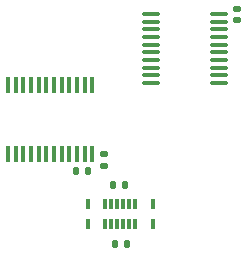
<source format=gbr>
%TF.GenerationSoftware,KiCad,Pcbnew,8.0.8*%
%TF.CreationDate,2025-09-03T22:29:27+08:00*%
%TF.ProjectId,FrekLedMini,4672656b-4c65-4644-9d69-6e692e6b6963,rev?*%
%TF.SameCoordinates,Original*%
%TF.FileFunction,Paste,Top*%
%TF.FilePolarity,Positive*%
%FSLAX46Y46*%
G04 Gerber Fmt 4.6, Leading zero omitted, Abs format (unit mm)*
G04 Created by KiCad (PCBNEW 8.0.8) date 2025-09-03 22:29:27*
%MOMM*%
%LPD*%
G01*
G04 APERTURE LIST*
G04 Aperture macros list*
%AMRoundRect*
0 Rectangle with rounded corners*
0 $1 Rounding radius*
0 $2 $3 $4 $5 $6 $7 $8 $9 X,Y pos of 4 corners*
0 Add a 4 corners polygon primitive as box body*
4,1,4,$2,$3,$4,$5,$6,$7,$8,$9,$2,$3,0*
0 Add four circle primitives for the rounded corners*
1,1,$1+$1,$2,$3*
1,1,$1+$1,$4,$5*
1,1,$1+$1,$6,$7*
1,1,$1+$1,$8,$9*
0 Add four rect primitives between the rounded corners*
20,1,$1+$1,$2,$3,$4,$5,0*
20,1,$1+$1,$4,$5,$6,$7,0*
20,1,$1+$1,$6,$7,$8,$9,0*
20,1,$1+$1,$8,$9,$2,$3,0*%
G04 Aperture macros list end*
%ADD10R,0.300000X0.870000*%
%ADD11RoundRect,0.135000X-0.135000X-0.185000X0.135000X-0.185000X0.135000X0.185000X-0.135000X0.185000X0*%
%ADD12RoundRect,0.140000X-0.170000X0.140000X-0.170000X-0.140000X0.170000X-0.140000X0.170000X0.140000X0*%
%ADD13RoundRect,0.100000X0.637500X0.100000X-0.637500X0.100000X-0.637500X-0.100000X0.637500X-0.100000X0*%
%ADD14RoundRect,0.135000X0.135000X0.185000X-0.135000X0.185000X-0.135000X-0.185000X0.135000X-0.185000X0*%
%ADD15R,0.355600X1.358900*%
%ADD16RoundRect,0.140000X0.170000X-0.140000X0.170000X0.140000X-0.170000X0.140000X-0.170000X-0.140000X0*%
G04 APERTURE END LIST*
D10*
%TO.C,J1*%
X113700000Y-119715000D03*
X112200000Y-119715000D03*
X111700000Y-119715000D03*
X111200000Y-119715000D03*
X110700000Y-119715000D03*
X110200000Y-119715000D03*
X109700000Y-119715000D03*
X108200000Y-119715000D03*
X108200000Y-117985000D03*
X109700000Y-117985000D03*
X110200000Y-117985000D03*
X110700000Y-117985000D03*
X111200000Y-117985000D03*
X111700000Y-117985000D03*
X112200000Y-117985000D03*
X113700000Y-117985000D03*
%TD*%
D11*
%TO.C,R5*%
X110380000Y-116400000D03*
X111400000Y-116400000D03*
%TD*%
D12*
%TO.C,C3*%
X109600000Y-113800000D03*
X109600000Y-114760000D03*
%TD*%
D13*
%TO.C,U1*%
X119325000Y-107750000D03*
X119325000Y-107100000D03*
X119325000Y-106450000D03*
X119325000Y-105800000D03*
X119325000Y-105150000D03*
X119325000Y-104500000D03*
X119325000Y-103850000D03*
X119325000Y-103200000D03*
X119325000Y-102550000D03*
X119325000Y-101900000D03*
X113600000Y-101900000D03*
X113600000Y-102550000D03*
X113600000Y-103200000D03*
X113600000Y-103850000D03*
X113600000Y-104500000D03*
X113600000Y-105150000D03*
X113600000Y-105800000D03*
X113600000Y-106450000D03*
X113600000Y-107100000D03*
X113600000Y-107750000D03*
%TD*%
D14*
%TO.C,R1*%
X108200000Y-115200000D03*
X107180000Y-115200000D03*
%TD*%
D15*
%TO.C,U2*%
X108599916Y-107900000D03*
X107949930Y-107900000D03*
X107299944Y-107900000D03*
X106649958Y-107900000D03*
X105999972Y-107900000D03*
X105349986Y-107900000D03*
X104700000Y-107900000D03*
X104050014Y-107900000D03*
X103400028Y-107900000D03*
X102750042Y-107900000D03*
X102100056Y-107900000D03*
X101450070Y-107900000D03*
X101450070Y-113754700D03*
X102100056Y-113754700D03*
X102750042Y-113754700D03*
X103400028Y-113754700D03*
X104050014Y-113754700D03*
X104700000Y-113754700D03*
X105349986Y-113754700D03*
X105999972Y-113754700D03*
X106649958Y-113754700D03*
X107299944Y-113754700D03*
X107949930Y-113754700D03*
X108599916Y-113754700D03*
%TD*%
D14*
%TO.C,R4*%
X110480000Y-121400000D03*
X111500000Y-121400000D03*
%TD*%
D16*
%TO.C,C1*%
X120800000Y-102460000D03*
X120800000Y-101500000D03*
%TD*%
M02*

</source>
